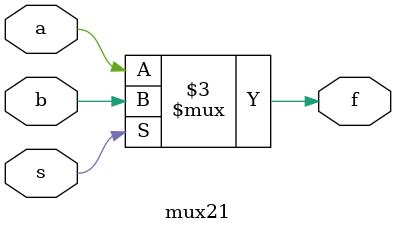
<source format=v>
module mux21 (s, a, b, f);
  input s, a, b;
  output f;
  
  reg f;
  
  always @ ( s or a or b)
    if (s)
	  f = b;
	else
	  f = a;
	  
endmodule
</source>
